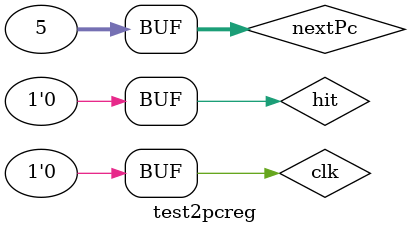
<source format=v>
`timescale 1ns / 1ps


module test2pcreg;

	// Inputs
	reg clk;
	reg hit;
	reg [31:0] nextPc;

	// Outputs
	wire [31:0] Pc;

	// Instantiate the Unit Under Test (UUT)
	pc_register uut (
		.clk(clk), 
		.hit(hit), 
		.nextPc(nextPc), 
		.Pc(Pc)
	);

	initial begin
		// Initialize Inputs
		clk = 0;
		hit = 0;
		nextPc = 4;
		#20 clk=1;
		#20 clk=0;
		hit = 1;
		#20 clk=1;
		#20 clk=0;
		
		nextPc = 7;
		
		#20 clk=1;
		#20 clk=0;
		
		hit =0;
		nextPc=5;
		#20 clk=1;
		#20 clk=0;
		#20 clk=1;
		#20 clk=0;
		
		// Wait 100 ns for global reset to finish
		#100;
        
		// Add stimulus here

	end
      
endmodule


</source>
